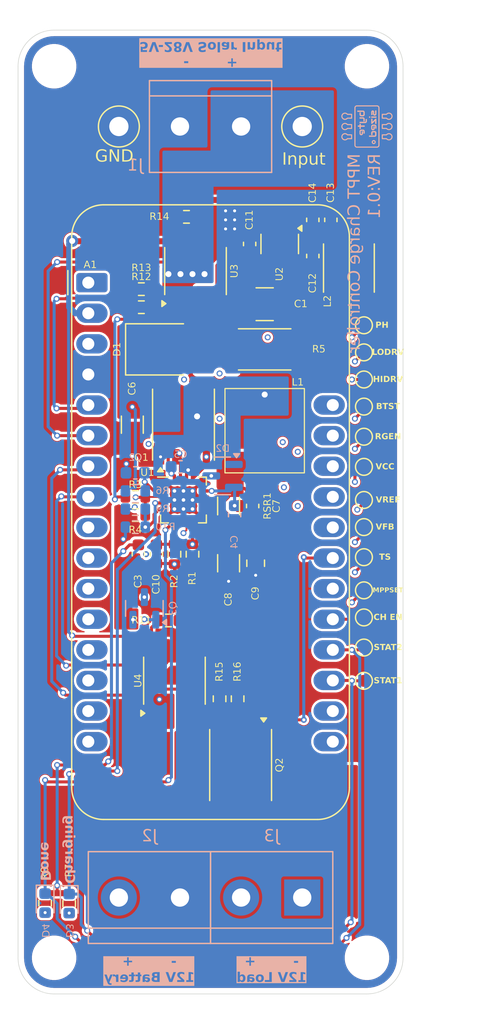
<source format=kicad_pcb>
(kicad_pcb (version 20240108) (generator "pcbnew") (generator_version "8.0")
  (title_block (title "MPPT Charge Controller") (rev "0.1"))
  (layers (0 "F.Cu" signal) (1 "In1.Cu" signal) (2 "In2.Cu" signal) (31 "B.Cu" signal) (34 "B.Paste" user) (35 "F.Paste" user) (36 "B.SilkS" user "B.Silkscreen") (37 "F.SilkS" user "F.Silkscreen") (38 "B.Mask" user) (39 "F.Mask" user) (44 "Edge.Cuts" user))
  (net 0 "")
  (net 3 "/STAT2")
  (net 5 "/Battery Current")
  (net 9 "/Battery Voltage")
  (net 13 "/STAT1")
  (net 15 "/~{Charge EN}")
  (net 17 "+3.3V")
  (net 22 "/SD_CS")
  (net 23 "/Solar Current")
  (net 24 "/Solar Voltage")
  (net 25 "GND")
  (net 28 "Net-(C1-Pad1)")
  (net 29 "/VCC")
  (net 30 "/VREF")
  (net 31 "/RGEN")
  (net 32 "/PH")
  (net 33 "/BTST")
  (net 34 "Net-(D1-K)")
  (net 35 "Net-(U1-SRP)")
  (net 36 "Net-(U1-SRN)")
  (net 37 "/VFB")
  (net 38 "/VIN")
  (net 39 "Net-(U2-BST)")
  (net 40 "Net-(U2-SW)")
  (net 41 "Net-(D3-A)")
  (net 42 "Net-(D4-A)")
  (net 43 "Net-(J2-Pin_2)")
  (net 44 "/LODRV")
  (net 45 "/HIDRV")
  (net 46 "/MPPSET")
  (net 47 "/TS")
  (net 48 "Net-(U4-FILTER)")
  (net 49 "Net-(U3-FILTER)")
  (net 50 "Net-(J3-Pin_1)")
  (net 51 "/Load Enable")
  (net 57 "PWR GND")
  (net 59 "/Input")
  (footprint "Capacitor_SMD:C_0603_1608Metric" (layer "F.Cu") (at 105.5 103.5 -90)
    (property "Reference" "C10")
    (property "Value" "22pF")
  )
  (footprint "Resistor_SMD:R_2512_6332Metric" (layer "F.Cu") (at 114.5 86.5)
    (property "Reference" "R5")
    (property "Value" "2")
  )
  (footprint "Package_SO:SOIC-8_3.9x4.9mm_P1.27mm" (layer "F.Cu") (at 108.75 80 90)
    (property "Reference" "U3")
    (property "Value" "ACS712xLCTR-05B")
  )
  (footprint "MountingHole:MountingHole_3.2mm_M3" (layer "F.Cu") (at 123 63)
    (property "Reference" "REF**" (hide yes))
    (property "Value" "MountingHole_3.2mm_M3")
  )
  (footprint "Resistor_SMD:R_0603_1608Metric" (layer "F.Cu") (at 98.25 132.5 -90)
    (property "Reference" "R7")
    (property "Value" "10k")
  )
  (footprint "Resistor_SMD:R_0603_1608Metric" (layer "F.Cu") (at 96.25 132.4625 -90)
    (property "Reference" "R8")
    (property "Value" "10k")
  )
  (footprint "TestPoint:TestPoint_Pad_D1.0mm" (layer "F.Cu") (at 122.75 93.75 180)
    (property "Reference" "TP8" (hide yes))
    (property "Value" "TestPoint")
  )
  (footprint "" (layer "F.Cu") (at 123 137)
    (property "Reference" "")
    (property "Value" "")
  )
  (footprint "Capacitor_SMD:C_0603_1608Metric" (layer "F.Cu") (at 113.25 77.75 90)
    (property "Reference" "C11")
    (property "Value" "10uF")
  )
  (footprint "Inductor_SMD:L_Vishay_IFSC-1515AH_4x4x1.8mm" (layer "F.Cu") (at 121.5 79.75 90)
    (property "Reference" "L2")
    (property "Value" "4.7uH")
  )
  (footprint "TestPoint:TestPoint_Pad_D1.0mm" (layer "F.Cu") (at 122.75 106.5 180)
    (property "Reference" "TP3" (hide yes))
    (property "Value" "TestPoint")
  )
  (footprint "TestPoint:TestPoint_Pad_D1.0mm" (layer "F.Cu") (at 122.75 103.75 180)
    (property "Reference" "TP4" (hide yes))
    (property "Value" "TestPoint")
  )
  (footprint "Capacitor_SMD:C_1206_3216Metric" (layer "F.Cu") (at 111.5 104.25 90)
    (property "Reference" "C8")
    (property "Value" "10uF")
  )
  (footprint "TestPoint:TestPoint_Pad_D1.0mm" (layer "F.Cu") (at 122.75 91.25 180)
    (property "Reference" "TP9" (hide yes))
    (property "Value" "TestPoint")
  )
  (footprint "Resistor_SMD:R_0603_1608Metric" (layer "F.Cu") (at 103.75 98.75)
    (property "Reference" "R3")
    (property "Value" "499k")
  )
  (footprint "Package_SO:SOIC-8_3.9x4.9mm_P1.27mm" (layer "F.Cu") (at 107 114 90)
    (property "Reference" "U4")
    (property "Value" "ACS712")
  )
  (footprint "Capacitor_SMD:C_0603_1608Metric" (layer "F.Cu") (at 104 103.5 -90)
    (property "Reference" "C3")
    (property "Value" "1uF")
  )
  (footprint "TestPoint:TestPoint_Pad_D1.0mm" (layer "F.Cu") (at 122.75 86.75 180)
    (property "Reference" "TP11" (hide yes))
    (property "Value" "TestPoint")
  )
  (footprint "Resistor_SMD:R_0603_1608Metric" (layer "F.Cu") (at 104.25 83 180)
    (property "Reference" "R12")
    (property "Value" "499k")
  )
  (footprint "TestPoint:TestPoint_Pad_D1.0mm" (layer "F.Cu") (at 122.75 96.25 180)
    (property "Reference" "TP1" (hide yes))
    (property "Value" "TestPoint")
  )
  (footprint "Capacitor_SMD:C_1210_3225Metric" (layer "F.Cu") (at 114.5 82.75 180)
    (property "Reference" "C1")
    (property "Value" "2.2uF")
  )
  (footprint "Package_SO:PowerPAK_SO-8_Dual" (layer "F.Cu") (at 107.75 92.75 90)
    (property "Reference" "Q1")
    (property "Value" "Q_Dual_NMOS_S1G1S2G2D2D2D1D1")
  )
  (footprint "Resistor_SMD:R_0603_1608Metric" (layer "F.Cu") (at 108.5 103.5 -90)
    (property "Reference" "R1")
    (property "Value" "100k")
  )
  (footprint "Resistor_SMD:R_0603_1608Metric" (layer "F.Cu") (at 108 75.5 180)
    (property "Reference" "R14")
    (property "Value" "100k")
  )
  (footprint "Resistor_SMD:R_1206_3216Metric" (layer "F.Cu") (at 111.5 99.5 90)
    (property "Reference" "RSR1")
    (property "Value" "0.02")
  )
  (footprint "Package_TO_SOT_SMD:TSOT-23-6" (layer "F.Cu") (at 115.75 77.75 -90)
    (property "Reference" "U2")
    (property "Value" "AP63203WU")
  )
  (footprint "" (layer "F.Cu") (at 97 137)
    (property "Reference" "")
    (property "Value" "")
  )
  (footprint "TestPoint:TestPoint_Loop_D2.60mm_Drill1.6mm_Beaded" (layer "F.Cu") (at 117.62 68)
    (property "Reference" "TP15" (hide yes))
    (property "Value" "TestPoint")
  )
  (footprint "" (layer "F.Cu") (at 97 63)
    (property "Reference" "")
    (property "Value" "")
  )
  (footprint "Module:Adafruit_Feather" (layer "F.Cu") (at 110 100)
    (property "Reference" "A1")
    (property "Value" "Adafruit_Feather_HUZZAH32_ESP32")
  )
  (footprint "Resistor_SMD:R_0603_1608Metric" (layer "F.Cu") (at 103.75 100.25 180)
    (property "Reference" "R4")
    (property "Value" "36k")
  )
  (footprint "Capacitor_SMD:C_0603_1608Metric" (layer "F.Cu") (at 118.5 75.75 90)
    (property "Reference" "C14")
    (property "Value" "22uF")
  )
  (footprint "TestPoint:TestPoint_Pad_D1.0mm" (layer "F.Cu") (at 122.75 114.01 180)
    (property "Reference" "TP6" (hide yes))
    (property "Value" "TestPoint")
  )
  (footprint "MPPT Charge Controller Footprint Library:L_Vishay_6.9x6.5" (layer "F.Cu") (at 114.5 93.25 -90)
    (property "Reference" "L1")
    (property "Value" "10uH")
  )
  (footprint "Resistor_SMD:R_0603_1608Metric" (layer "F.Cu") (at 107 103.5 90)
    (property "Reference" "R2")
    (property "Value" "499k")
  )
  (footprint "TestPoint:TestPoint_Pad_D1.0mm" (layer "F.Cu") (at 122.75 101.25 180)
    (property "Reference" "TP5" (hide yes))
    (property "Value" "TestPoint")
  )
  (footprint "TestPoint:TestPoint_Pad_D1.0mm" (layer "F.Cu") (at 122.75 111.25 180)
    (property "Reference" "TP7" (hide yes))
    (property "Value" "TestPoint")
  )
  (footprint "Resistor_SMD:R_0603_1608Metric" (layer "F.Cu") (at 104.25 81.5)
    (property "Reference" "R13")
    (property "Value" "68k")
  )
  (footprint "TestPoint:TestPoint_Pad_D1.0mm" (layer "F.Cu") (at 122.75 108.75 180)
    (property "Reference" "TP13" (hide yes))
    (property "Value" "TestPoint")
  )
  (footprint "Capacitor_SMD:C_0603_1608Metric" (layer "F.Cu") (at 118.5 78.75 90)
    (property "Reference" "C12")
    (property "Value" "0.1uF")
  )
  (footprint "Capacitor_SMD:C_0805_2012Metric" (layer "F.Cu") (at 113.75 104.25 90)
    (property "Reference" "C9")
    (property "Value" "4.7uF")
  )
  (footprint "Resistor_SMD:R_0603_1608Metric" (layer "F.Cu") (at 110.75 115.5 90)
    (property "Reference" "R15")
    (property "Value" "499k")
  )
  (footprint "Resistor_SMD:R_0603_1608Metric" (layer "F.Cu") (at 112.25 115.5 -90)
    (property "Reference" "R16")
    (property "Value" "150k")
  )
  (footprint "Package_SO:PowerPAK_SO-8_Dual" (layer "F.Cu") (at 112.5 121 -90)
    (property "Reference" "Q2")
    (property "Value" "Q_Dual_NMOS_S1G1S2G2D2D2D1D1")
  )
  (footprint "Capacitor_SMD:C_0603_1608Metric" (layer "F.Cu") (at 113.5 99.5 -90)
    (property "Reference" "C7")
    (property "Value" "0.1uF")
  )
  (footprint "Capacitor_SMD:C_1206_3216Metric" (layer "F.Cu") (at 103.5 92.75 90)
    (property "Reference" "C6")
    (property "Value" "10uF")
  )
  (footprint "TestPoint:TestPoint_Pad_D1.0mm" (layer "F.Cu") (at 122.75 84.5 180)
    (property "Reference" "TP12" (hide yes))
    (property "Value" "TestPoint")
  )
  (footprint "TestPoint:TestPoint_Pad_D1.0mm" (layer "F.Cu") (at 122.75 99 180)
    (property "Reference" "TP2" (hide yes))
    (property "Value" "TestPoint")
  )
  (footprint "Resistor_SMD:R_0603_1608Metric" (layer "F.Cu") (at 106.5 109 180)
    (property "Reference" "R11")
    (property "Value" "100k")
  )
  (footprint "Capacitor_SMD:C_0603_1608Metric" (layer "F.Cu") (at 120 75.75 90)
    (property "Reference" "C13")
    (property "Value" "22uF")
  )
  (footprint "TestPoint:TestPoint_Loop_D2.60mm_Drill1.6mm_Beaded" (layer "F.Cu") (at 102.38 68)
    (property "Reference" "TP14" (hide yes))
    (property "Value" "TestPoint")
  )
  (footprint "Diode_SMD:D_PowerDI-5" (layer "F.Cu") (at 106.75 86.5)
    (property "Reference" "D1")
    (property "Value" "PDS1040")
  )
  (footprint "MPPT Charge Controller Footprint Library:VQFN-16_EP_3.5x3.5_Pitch0.5mm" (layer "F.Cu") (at 107.75 99)
    (property "Reference" "U1")
    (property "Value" "~")
  )
  (footprint "TestPoint:TestPoint_Pad_D1.0mm" (layer "F.Cu") (at 122.75 89 180)
    (property "Reference" "TP10" (hide yes))
    (property "Value" "TestPoint")
  )
  (footprint "Capacitor_SMD:C_0603_1608Metric" (layer "B.Cu") (at 112 100.25 -90)
    (property "Reference" "C4")
    (property "Value" "1uF")
  )
  (footprint "NetTie:NetTie-2_SMD_Pad0.5mm" (layer "B.Cu") (at 107.75 97.75 90)
    (property "Reference" "NT2" (hide yes))
    (property "Value" "~" (hide yes))
  )
  (footprint "Resistor_SMD:R_0603_1608Metric" (layer "B.Cu") (at 103.75 98.25)
    (property "Reference" "R6")
    (property "Value" "10")
  )
  (footprint "TerminalBlock:TerminalBlock_bornier-2_P5.08mm" (layer "B.Cu") (at 117.62 132 180)
    (property "Reference" "J3")
    (property "Value" "Conn_01x02_Socket")
  )
  (footprint "LED_SMD:LED_0603_1608Metric" (layer "B.Cu") (at 96.25 132.4625 -90)
    (property "Reference" "D4")
    (property "Value" "GREEN")
  )
  (footprint "Resistor_SMD:R_0603_1608Metric" (layer "B.Cu") (at 103.75 99.75)
    (property "Reference" "R9")
    (property "Value" "5.23k")
  )
  (footprint "NetTie:NetTie-2_SMD_Pad0.5mm" (layer "B.Cu") (at 107.75 100.25 -90)
    (property "Reference" "NT4" (hide yes))
    (property "Value" "~" (hide yes))
  )
  (footprint "New Logo:byteSizedEngineeringLogo-5mm" (layer "B.Cu") (at 123 68 -90)
    (property "Reference" "G***" (hide yes))
    (property "Value" "LOGO" (hide yes))
  )
  (footprint "Capacitor_SMD:C_0603_1608Metric" (layer "B.Cu") (at 107.5 96.25 180)
    (property "Reference" "C5")
    (property "Value" "0.1uF")
  )
  (footprint "TerminalBlock:TerminalBlock_bornier-2_P5.08mm" (layer "B.Cu") (at 107.46 132 180)
    (property "Reference" "J2")
    (property "Value" "Conn_01x02_Socket")
  )
  (footprint "LED_SMD:LED_0603_1608Metric" (layer "B.Cu") (at 98.25 132.5 -90)
    (property "Reference" "D3")
    (property "Value" "RED")
  )
  (footprint "Package_TO_SOT_SMD:SOT-23" (layer "B.Cu") (at 104.5 108 90)
    (property "Reference" "Q3")
    (property "Value" "2N7002")
  )
  (footprint "Resistor_SMD:R_0603_1608Metric" (layer "B.Cu") (at 103.75 101.25 180)
    (property "Reference" "R10")
    (property "Value" "30.1k")
  )
  (footprint "TerminalBlock:TerminalBlock_bornier-2_P5.08mm" (layer "B.Cu") (at 107.46 68)
    (property "Reference" "J1")
    (property "Value" "Conn_01x02_Socket")
  )
  (footprint "NetTie:NetTie-2_SMD_Pad0.5mm" (layer "B.Cu") (at 109 99)
    (property "Reference" "NT1" (hide yes))
    (property "Value" "~" (hide yes))
  )
  (footprint "NetTie:NetTie-2_SMD_Pad0.5mm" (layer "B.Cu") (at 106.5 99 180)
    (property "Reference" "NT3" (hide yes))
    (property "Value" "~" (hide yes))
  )
  (footprint "Capacitor_SMD:C_0603_1608Metric" (layer "B.Cu") (at 103.75 96.75 180)
    (property "Reference" "C2")
    (property "Value" "1uF")
  )
  (footprint "Package_TO_SOT_SMD:SOT-23" (layer "B.Cu") (at 111 97 180)
    (property "Reference" "D2")
    (property "Value" "BAT54C")
  )
  (gr_line (start 97 60) (end 123 60) (stroke (width 0.05)) (layer "Edge.Cuts"))
  (gr_arc (start 94 63) (mid 94.87868 60.87868) (end 97 60) (stroke (width 0.05)) (layer "Edge.Cuts"))
  (gr_line (start 123 140) (end 97 140) (stroke (width 0.05)) (layer "Edge.Cuts"))
  (gr_arc (start 97 140) (mid 94.87868 139.12132) (end 94 137) (stroke (width 0.05)) (layer "Edge.Cuts"))
  (gr_arc (start 126 137) (mid 125.12132 139.12132) (end 123 140) (stroke (width 0.05)) (layer "Edge.Cuts"))
  (gr_arc (start 123 60) (mid 125.12132 60.87868) (end 126 63) (stroke (width 0.05)) (layer "Edge.Cuts"))
  (gr_line (start 126 63) (end 126 137) (stroke (width 0.05)) (layer "Edge.Cuts"))
  (gr_line (start 94 137) (end 94 63) (stroke (width 0.05)) (layer "Edge.Cuts"))
  (gr_text "Charging" (at 98.25 128 -90) (layer "B.SilkS") (effects (font (size 0.8 0.8) (thickness 0.15) (bold yes)) (justify mirror)))
  (gr_text "-        +\n12V Battery" (at 104.92 138 0) (layer "B.SilkS" knockout) (effects (font (size 0.8 0.8) (thickness 0.15) (bold yes)) (justify mirror)))
  (gr_text "-        +\n12V Load" (at 115.08 138 0) (layer "B.SilkS" knockout) (effects (font (size 0.8 0.8) (thickness 0.15) (bold yes)) (justify mirror)))
  (gr_text "Done" (at 96.25 129 -90) (layer "B.SilkS") (effects (font (size 0.8 0.8) (thickness 0.15) (bold yes)) (justify mirror)))
  (gr_text "${TITLE}\nREV:${REVISION}" (at 124.250218 70.25 90) (layer "B.SilkS") (effects (font (size 1 1) (thickness 0.1)) (justify left bottom mirror)))
  (gr_text "-        +\n5V-28V Solar Input" (at 110 62 180) (layer "B.SilkS" knockout) (effects (font (size 0.8 0.8) (thickness 0.15) (bold yes)) (justify mirror)))
  (gr_text "MPPSET" (at 124.75 106.5 0) (layer "F.SilkS") (effects (font (size 0.4 0.4) (thickness 0.1) (bold yes))))
  (gr_text "PH" (at 124.25 84.5 0) (layer "F.SilkS") (effects (font (size 0.5 0.5) (thickness 0.1) (bold yes))))
  (gr_text "VREF" (at 124.75 99 0) (layer "F.SilkS") (effects (font (size 0.5 0.5) (thickness 0.1) (bold yes))))
  (gr_text "VCC" (at 124.5 96.25 0) (layer "F.SilkS") (effects (font (size 0.5 0.5) (thickness 0.1) (bold yes))))
  (gr_text "BTST" (at 124.75 91.25 0) (layer "F.SilkS") (effects (font (size 0.5 0.5) (thickness 0.1) (bold yes))))
  (gr_text "CH EN" (at 124.75 108.75 0) (layer "F.SilkS") (effects (font (size 0.5 0.5) (thickness 0.1) (bold yes))))
  (gr_text "LODRV" (at 124.75 86.75 0) (layer "F.SilkS") (effects (font (size 0.5 0.5) (thickness 0.1) (bold yes))))
  (gr_text "VFB" (at 124.5 101.25 0) (layer "F.SilkS") (effects (font (size 0.5 0.5) (thickness 0.1) (bold yes))))
  (gr_text "RGEN" (at 124.75 93.75 0) (layer "F.SilkS") (effects (font (size 0.5 0.5) (thickness 0.1) (bold yes))))
  (gr_text "Input" (at 117.75 70.75 0) (layer "F.SilkS") (effects (font (size 1 1))))
  (gr_text "STAT1" (at 124.75 114.01 0) (layer "F.SilkS") (effects (font (size 0.5 0.5) (thickness 0.1) (bold yes))))
  (gr_text "STAT2" (at 124.75 111.25 0) (layer "F.SilkS") (effects (font (size 0.5 0.5) (thickness 0.1) (bold yes))))
  (gr_text "GND" (at 102 70.5 0) (layer "F.SilkS") (effects (font (size 1 1))))
  (gr_text "HIDRV" (at 124.75 89 0) (layer "F.SilkS") (effects (font (size 0.5 0.5) (thickness 0.1) (bold yes))))
  (gr_text "TS" (at 124.5 103.75 0) (layer "F.SilkS") (effects (font (size 0.5 0.5) (thickness 0.1) (bold yes))))
  (segment (start 121.3 135.35) (end 120.4 136.25) (width 0.25) (layer "F.Cu") (net 3))
  (segment (start 120.4 136.25) (end 99.75 136.25) (width 0.25) (layer "F.Cu") (net 3))
  (segment (start 122.75 111.25) (end 122.56 111.44) (width 0.25) (layer "F.Cu") (net 3))
  (segment (start 107 100.75) (end 106.25 101.5) (width 0.25) (layer "F.Cu") (net 3))
  (segment (start 96.25 122.25) (end 96.4 122.4) (width 0.25) (layer "F.Cu") (net 3))
  (segment (start 122.56 111.44) (end 121.75 111.44) (width 0.25) (layer "F.Cu") (net 3))
  (segment (start 121.75 111.44) (end 120.16 111.44) (width 0.25) (layer "F.Cu") (net 3))
  (segment (start 106.35 122.4) (end 106.5 122.25) (width 0.25) (layer "F.Cu") (net 3))
  (segment (start 99.75 136.25) (end 98.75 135.25) (width 0.25) (layer "F.Cu") (net 3))
  (segment (start 96.4 122.4) (end 106.35 122.4) (width 0.25) (layer "F.Cu") (net 3))
  (via (at 106.5 122.25) (size 0.5) (drill 0.3) (layers "F.Cu" "B.Cu") (net 3))
  (via (at 96.25 122.25) (size 0.5) (drill 0.3) (layers "F.Cu" "B.Cu") (net 3))
  (via (at 121.3 135.35) (size 0.5) (drill 0.3) (layers "F.Cu" "B.Cu") (net 3))
  (via (at 98.75 135.25) (size 0.5) (drill 0.3) (layers "F.Cu" "B.Cu") (net 3))
  (via (at 121.75 111.44) (size 0.5) (drill 0.3) (layers "F.Cu" "B.Cu") (net 3))
  (via (at 106.25 101.5) (size 0.5) (drill 0.3) (layers "F.Cu" "B.Cu") (net 3))
  (segment (start 106.25 101.5) (end 106.25 105.25) (width 0.25) (layer "B.Cu") (net 3))
  (segment (start 121.3 135.35) (end 122.4 134.25) (width 0.25) (layer "B.Cu") (net 3))
  (segment (start 98.75 135.25) (end 97.25 133.75) (width 0.25) (layer "B.Cu") (net 3))
  (segment (start 106.75 122) (end 106.5 122.25) (width 0.25) (layer "B.Cu") (net 3))
  (segment (start 122.4 112.09) (end 121.75 111.44) (width 0.25) (layer "B.Cu") (net 3))
  (segment (start 97.25 132.5) (end 96.425 131.675) (width 0.25) (layer "B.Cu") (net 3))
  (segment (start 97.25 133.75) (end 97.25 132.5) (width 0.25) (layer "B.Cu") (net 3))
  (segment (start 106.75 105.75) (end 106.75 122) (width 0.25) (layer "B.Cu") (net 3))
  (segment (start 106.25 105.25) (end 106.75 105.75) (width 0.25) (layer "B.Cu") (net 3))
  (segment (start 96.425 131.675) (end 96.25 131.675) (width 0.25) (layer "B.Cu") (net 3))
  (segment (start 122.4 134.25) (end 122.4 112.09) (width 0.25) (layer "B.Cu") (net 3))
  (segment (start 96.25 131.675) (end 96.25 122.25) (width 0.25) (layer "B.Cu") (net 3))
  (segment (start 97.64 98.74) (end 99.84 98.74) (width 0.25) (layer "F.Cu") (net 5))
  (segment (start 98.05 112.7) (end 104.619092 112.7) (width 0.25) (layer "F.Cu") (net 5))
  (segment (start 98 112.75) (end 98.05 112.7) (width 0.25) (layer "F.Cu") (net 5))
  (segment (start 106.365 112.499999) (end 106.365 111.525) (width 0.25) (layer "F.Cu") (net 5))
  (segment (start 106.039999 112.825) (end 106.365 112.499999) (width 0.25) (layer "F.Cu") (net 5))
  (segment (start 104.619092 112.7) (end 104.744092 112.825) (width 0.25) (layer "F.Cu") (net 5))
  (segment (start 97.6 98.7) (end 97.64 98.74) (width 0.25) (layer "F.Cu") (net 5))
  (segment (start 104.744092 112.825) (end 106.039999 112.825) (width 0.25) (layer "F.Cu") (net 5))
  (via (at 97.6 98.7) (size 0.5) (drill 0.3) (layers "F.Cu" "B.Cu") (net 5))
  (via (at 98 112.75) (size 0.5) (drill 0.3) (layers "F.Cu" "B.Cu") (net 5))
  (segment (start 97.6 98.7) (end 97.2 99.1) (width 0.25) (layer "B.Cu") (net 5))
  (segment (start 97.2 111.95) (end 98 112.75) (width 0.25) (layer "B.Cu") (net 5))
  (segment (start 97.2 99.1) (end 97.2 111.95) (width 0.25) (layer "B.Cu") (net 5))
  (segment (start 103.5 114.7) (end 103 115.2) (width 0.25) (layer "F.Cu") (net 9))
  (segment (start 97.5 96.5) (end 99.54 96.5) (width 0.25) (layer "F.Cu") (net 9))
  (segment (start 110.725 114.7) (end 103.5 114.7) (width 0.25) (layer "F.Cu") (net 9))
  (segment (start 97.95 115.2) (end 97.75 115) (width 0.25) (layer "F.Cu") (net 9))
  (segment (start 99.54 96.5) (end 99.84 96.2) (width 0.25) (layer "F.Cu") (net 9))
  (segment (start 110.75 114.675) (end 112.25 114.675) (width 0.25) (layer "F.Cu") (net 9))
  (segment (start 103 115.2) (end 97.95 115.2) (width 0.25) (layer "F.Cu") (net 9))
  (segment (start 110.75 114.675) (end 110.725 114.7) (width 0.25) (layer "F.Cu") (net 9))
  (via (at 97.75 115) (size 0.5) (drill 0.3) (layers "F.Cu" "B.Cu") (net 9))
  (via (at 97.5 96.5) (size 0.5) (drill 0.3) (layers "F.Cu" "B.Cu") (net 9))
  (segment (start 97.75 115) (end 96.8 114.05) (width 0.25) (layer "B.Cu") (net 9))
  (segment (start 96.8 114.05) (end 96.8 97.2) (width 0.25) (layer "B.Cu") (net 9))
  (segment (start 96.8 97.2) (end 97.5 96.5) (width 0.25) (layer "B.Cu") (net 9))
  (segment (start 98.25 121.75) (end 98.5 121.5) (width 0.25) (layer "F.Cu") (net 13))
  (segment (start 100.75 135.75) (end 99.75 134.75) (width 0.25) (layer "F.Cu") (net 13))
  (segment (start 121.73 113.98) (end 121.75 114) (width 0.25) (layer "F.Cu") (net 13))
  (segment (start 98.5 121.5) (end 102.25 121.5) (width 0.25) (layer "F.Cu") (net 13))
  (segment (start 120.16 113.98) (end 121.73 113.98) (width 0.25) (layer "F.Cu") (net 13))
  (segment (start 122.75 114.01) (end 121.76 114.01) (width 0.25) (layer "F.Cu") (net 13))
  (segment (start 121.76 114.01) (end 121.75 114) (width 0.25) (layer "F.Cu") (net 13))
  (segment (start 119.95 135.75) (end 100.75 135.75) (width 0.25) (layer "F.Cu") (net 13))
  (segment (start 105.4 99.257149) (end 105.407149 99.25) (width 0.25) (layer "F.Cu") (net 13))
  (segment (start 105.407149 99.25) (end 106 99.25) (width 0.25) (layer "F.Cu") (net 13))
  (segment (start 121.65 134.05) (end 119.95 135.75) (width 0.25) (layer "F.Cu") (net 13))
  (via (at 121.75 114) (size 0.5) (drill 0.3) (layers "F.Cu" "B.Cu") (net 13))
  (via (at 105.4 99.257149) (size 0.5) (drill 0.3) (layers "F.Cu" "B.Cu") (net 13))
  (via (at 99.75 134.75) (size 0.5) (drill 0.3) (layers "F.Cu" "B.Cu") (net 13))
  (via (at 102.25 121.5) (size 0.5) (drill 0.3) (layers "F.Cu" "B.Cu") (net 13))
  (via (at 121.65 134.05) (size 0.5) (drill 0.3) (layers "F.Cu" "B.Cu") (net 13))
  (via (at 98.25 121.75) (size 0.5) (drill 0.3) (layers "F.Cu" "B.Cu") (net 13))
  (segment (start 105.4 101.648004) (end 102.298004 104.75) (width 0.25) (layer "B.Cu") (net 13))
  (segment (start 102.298004 104.75) (end 102.25 104.75) (width 0.25) (layer "B.Cu") (net 13))
  (segment (start 99.75 134.75) (end 99.25 134.25) (width 0.25) (layer "B.Cu") (net 13))
  (segment (start 121.65 134.05) (end 121.75 133.95) (width 0.25) (layer "B.Cu") (net 13))
  (segment (start 98.9625 131.7125) (end 98.25 131.7125) (width 0.25) (layer "B.Cu") (net 13))
  (segment (start 98.25 121.75) (end 98.25 131.7125) (width 0.25) (layer "B.Cu") (net 13))
  (segment (start 99.25 134.25) (end 99.25 132) (width 0.25) (layer "B.Cu") (net 13))
  (segment (start 102.25 104.75) (end 102.25 121.5) (width 0.25) (layer "B.Cu") (net 13))
  (segment (start 105.4 99.257149) (end 105.4 101.648004) (width 0.25) (layer "B.Cu") (net 13))
  (segment (start 121.75 133.95) (end 121.75 114) (width 0.25) (layer "B.Cu") (net 13))
  (segment (start 99.25 132) (end 98.9625 131.7125) (width 0.25) (layer "B.Cu") (net 13))
  (segment (start 122.75 108.75) (end 122.6 108.9) (width 0.25) (layer "F.Cu") (net 15))
  (segment (start 122.6 108.9) (end 120.16 108.9) (width 0.25) (layer "F.Cu") (net 15))
  (via (at 104.5 108.9) (size 0.5) (drill 0.3) (layers "F.Cu" "B.Cu") (net 15))
  (segment (start 104.5 108.9) (end 104.5375 108.9375) (width 0.25) (layer "B.Cu") (net 15))
  (segment (start 104.5375 108.9375) (end 105.45 108.9375) (width 0.25) (layer "B.Cu") (net 15))
  (segment (start 118.5 76.525) (end 120 76.525) (width 0.5) (layer "F.Cu") (net 17))
  (segment (start 106.845 77.525) (end 106.845 75.83) (width 0.5) (layer "F.Cu") (net 17))
  (segment (start 107.175 75.5) (end 107.175 74.825) (width 0.5) (layer "F.Cu") (net 17))
  (segment (start 105.095 111.525) (end 105.095 109.58) (width 0.25) (layer "F.Cu") (net 17))
  (segment (start 98.525 77.525) (end 98.5 77.5) (width 0.5) (layer "F.Cu") (net 17))
  (segment (start 105.095 109.58) (end 105.675 109) (width 0.25) (layer "F.Cu") (net 17))
  (segment (start 116.7 74.7) (end 116.7 76.6125) (width 0.5) (layer "F.Cu") (net 17))
  (segment (start 118.4125 76.6125) (end 118.5 76.525) (width 0.5) (layer "F.Cu") (net 17))
  (segment (start 107.175 74.825) (end 107.9 74.1) (width 0.5) (layer "F.Cu") (net 17))
  (segment (start 121.025 76.525) (end 120 76.525) (width 0.5) (layer "F.Cu") (net 17))
  (segment (start 121.5 78.275) (end 121.5 77) (width 0.5) (layer "F.Cu") (net 17))
  (segment (start 103.885 110.315) (end 105.095 111.525) (width 0.25) (layer "F.Cu") (net 17))
  (segment (start 121.5 77) (end 121.025 76.525) (width 0.5) (layer "F.Cu") (net 17))
  (segment (start 98.685 110.315) (end 103.885 110.315) (width 0.25) (layer "F.Cu") (net 17))
  (segment (start 107.9 74.1) (end 116.1 74.1) (width 0.5) (layer "F.Cu") (net 17))
  (segment (start 98.62 110.25) (end 98.685 110.315) (width 0.25) (layer "F.Cu") (net 17))
  (segment (start 106.845 75.83) (end 107.175 75.5) (width 0.5) (layer "F.Cu") (net 17))
  (segment (start 116.7 76.6125) (end 118.4125 76.6125) (width 0.5) (layer "F.Cu") (net 17))
  (segment (start 98.5 110.25) (end 98.62 110.25) (width 0.25) (layer "F.Cu") (net 17))
  (segment (start 116.1 74.1) (end 116.7 74.7) (width 0.5) (layer "F.Cu") (net 17))
  (segment (start 106.845 77.525) (end 98.525 77.525) (width 0.5) (layer "F.Cu") (net 17))
  (via (at 98.5 110.25) (size 0.5) (drill 0.3) (layers "F.Cu" "B.Cu") (net 17))
  (via (at 98.5 77.5) (size 1) (drill 0.5) (layers "F.Cu" "B.Cu") (net 17))
  (segment (start 98.2 98.4444) (end 98.2 83.05) (width 0.25) (layer "B.Cu") (net 17))
  (segment (start 98.205 98.4494) (end 98.2 98.4444) (width 0.25) (layer "B.Cu") (net 17))
  (segment (start 98.25 77.75) (end 98.25 83) (width 0.5) (layer "B.Cu") (net 17))
  (segment (start 98.5 110.25) (end 98.2 109.95) (width 0.25) (layer "B.Cu") (net 17))
  (segment (start 98.2 98.9556) (end 98.205 98.9506) (width 0.25) (layer "B.Cu") (net 17))
  (segment (start 98.205 98.9506) (end 98.205 98.4494) (width 0.25) (layer "B.Cu") (net 17))
  (segment (start 98.25 83) (end 98.75 83.5) (width 0.5) (layer "B.Cu") (net 17))
  (segment (start 98.2 83.05) (end 98.25 83) (width 0.25) (layer "B.Cu") (net 17))
  (segment (start 98.2 109.95) (end 98.2 98.9556) (width 0.25) (layer "B.Cu") (net 17))
  (segment (start 98.75 83.5) (end 99.84 83.5) (width 0.5) (layer "B.Cu") (net 17))
  (segment (start 98.5 77.5) (end 98.25 77.75) (width 0.5) (layer "B.Cu") (net 17))
  (segment (start 108.115 77.525) (end 108.115 78.499999) (width 0.25) (layer "F.Cu") (net 23))
  (segment (start 108.115 78.499999) (end 107.364999 79.25) (width 0.25) (layer "F.Cu") (net 23))
  (segment (start 97.25 93.66) (end 99.84 93.66) (width 0.25) (layer "F.Cu") (net 23))
  (segment (start 107.364999 79.25) (end 97.25 79.25) (width 0.25) (layer "F.Cu") (net 23))
  (via (at 97.25 93.66) (size 0.5) (drill 0.3) (layers "F.Cu" "B.Cu") (net 23))
  (via (at 97.25 79.25) (size 0.5) (drill 0.3) (layers "F.Cu" "B.Cu") (net 23))
  (segment (start 96.5 80) (end 96.5 92.91) (width 0.25) (layer "B.Cu") (net 23))
  (segment (start 97.25 79.25) (end 96.5 80) (width 0.25) (layer "B.Cu") (net 23))
  (segment (start 96.5 92.91) (end 97.25 93.66) (width 0.25) (layer "B.Cu") (net 23))
  (segment (start 97.95 82.3) (end 98 82.25) (width 0.25) (layer "F.Cu") (net 24))
  (segment (start 99.56 91.4) (end 99.84 91.12) (width 0.25) (layer "F.Cu") (net 24))
  (segment (start 97.2 91.4) (end 99.56 91.4) (width 0.25) (layer "F.Cu") (net 24))
  (segment (start 103.425 83) (end 103.425 81.5) (width 0.5) (layer "F.Cu") (net 24))
  (segment (start 97.2 82.3) (end 97.95 82.3) (width 0.25) (layer "F.Cu") (net 24))
  (segment (start 98 82.25) (end 102.675 82.25) (width 0.25) (layer "F.Cu") (net 24))
  (segment (start 102.675 82.25) (end 103.425 83) (width 0.25) (layer "F.Cu") (net 24))
  (via (at 97.2 82.3) (size 0.5) (drill 0.3) (layers "F.Cu" "B.Cu") (net 24))
  (via (at 97.2 91.4) (size 0.5) (drill 0.3) (layers "F.Cu" "B.Cu") (net 24))
  (segment (start 97 82.5) (end 97.2 82.3) (width 0.25) (layer "B.Cu") (net 24))
  (segment (start 97 91.2) (end 97 82.5) (width 0.25) (layer "B.Cu") (net 24))
  (segment (start 97.2 91.4) (end 97 91.2) (width 0.25) (layer "B.Cu") (net 24))
  (segment (start 108.385 95.42) (end 108.405 95.42) (width 0.25) (layer "F.Cu") (net 25))
  (segment (start 113.75 105.2) (end 113.75 105.25) (width 0.25) (layer "F.Cu") (net 25))
  (segment (start 111.5 105.725) (end 111.5 105.75) (width 0.25) (layer "F.Cu") (net 25))
  (segment (start 108.405 95.42) (end 108.5 95.325) (width 0.25) (layer "F.Cu") (net 25))
  (via (at 112 76.5) (size 0.5) (drill 0.25) (layers "F.Cu" "B.Cu") (net 25))
  (via (at 112 75) (size 0.5) (drill 0.25) (layers "F.Cu" "B.Cu") (net 25))
  (via (at 113.75 105.25) (size 0.5) (drill 0.25) (layers "F.Cu" "B.Cu") (net 25))
  (via (at 111.25 76.5) (size 0.5) (drill 0.25) (layers "F.Cu" "B.Cu") (net 25))
  (via (at 111.25 75.75) (size 0.5) (drill 0.25) (layers "F.Cu" "B.Cu") (net 25))
  (via (at 111.25 75) (size 0.5) (drill 0.25) (layers "F.Cu" "B.Cu") (net 25))
  (via (at 111.5 105.75) (size 0.5) (drill 0.25) (layers "F.Cu" "B.Cu") (net 25))
  (via (at 112 75.75) (size 0.5) (drill 0.25) (layers "F.Cu" "B.Cu") (net 25))
  (segment (start 117.4625 84.2375) (end 115.975 82.75) (width 0.5) (layer "F.Cu") (net 28))
  (segment (start 117.4625 86.5) (end 117.4625 84.2375) (width 0.5) (layer "F.Cu") (net 28))
  (segment (start 104.548004 97.5) (end 104.525 97.5) (width 0.25) (layer "F.Cu") (net 29))
  (segment (start 105.298004 98.25) (end 104.548004 97.5) (width 0.25) (layer "F.Cu") (net 29))
  (segment (start 122 97.5) (end 122 97) (width 0.25) (layer "F.Cu") (net 29))
  (segment (start 106 98.25) (end 105.298004 98.25) (width 0.25) (layer "F.Cu") (net 29))
  (segment (start 122 97) (end 122.75 96.25) (width 0.25) (layer "F.Cu") (net 29))
  (via (at 116 94.2) (size 0.5) (drill 0.3) (layers "F.Cu" "B.Cu") (net 29))
  (via (at 122 97.5) (size 0.5) (drill 0.3) (layers "F.Cu" "B.Cu") (net 29))
  (via (at 104.85 94.35) (size 0.5) (drill 0.3) (layers "F.Cu" "B.Cu") (net 29))
  (via (at 116.1 97.950002) (size 0.5) (drill 0.3) (layers "F.Cu" "B.Cu") (net 29))
  (via (at 104.525 97.5) (size 0.5) (drill 0.3) (layers "F.Cu" "B.Cu") (net 29))
  (segment (start 104.525 97.5) (end 104.525 98.2) (width 0.25) (layer "B.Cu") (net 29))
  (segment (start 104.525 98.2) (end 104.575 98.25) (width 0.25) (layer "B.Cu") (net 29))
  (segment (start 104.525 96.75) (end 104.525 97.5) (width 0.25) (layer "B.Cu") (net 29))
  (segment (start 107.5 100.75) (end 108 100.75) (width 0.25) (layer "F.Cu") (net 30))
  (segment (start 98.2125 131.6375) (end 98.25 131.675) (width 0.5) (layer "F.Cu") (net 30))
  (segment (start 104 102.725) (end 103.275 102.725) (width 0.25) (layer "F.Cu") (net 30))
  (segment (start 97.25 131.6375) (end 98.2125 131.6375) (width 0.5) (layer "F.Cu") (net 30))
  (segment (start 108 101.5) (end 107.75 101.75) (width 0.15) (layer "F.Cu") (net 30))
  (segment (start 97.25 131) (end 97.25 131.6375) (width 0.25) (layer "F.Cu") (net 30))
  (segment (start 122.75 99.25) (end 122.75 99) (width 0.25) (layer "F.Cu") (net 30))
  (segment (start 122.2 99.8) (end 122.75 99.25) (width 0.25) (layer "F.Cu") (net 30))
  (segment (start 101.2 121) (end 101.5 120.7) (width 0.25) (layer "F.Cu") (net 30))
  (segment (start 103.275 102.725) (end 102.75 103.25) (width 0.25) (layer "F.Cu") (net 30))
  (segment (start 108 100.75) (end 108 101.5) (width 0.15) (layer "F.Cu") (net 30))
  (segment (start 96.25 131.6375) (end 97.25 131.6375) (width 0.5) (layer "F.Cu") (net 30))
  (segment (start 97.25 121) (end 101.2 121) (width 0.25) (layer "F.Cu") (net 30))
  (via (at 101.5 120.7) (size 0.5) (drill 0.3) (layers "F.Cu" "B.Cu") (net 30))
  (via (at 107.75 101.75) (size 0.5) (drill 0.3) (layers "F.Cu" "B.Cu") (net 30))
  (via (at 97.25 121) (size 0.5) (drill 0.3) (layers "F.Cu" "B.Cu") (net 30))
  (via (at 102.75 103.25) (size 0.5) (drill 0.3) (layers "F.Cu" "B.Cu") (net 30))
  (via (at 103.7 99.6) (size 0.5) (drill 0.3) (layers "F.Cu" "B.Cu") (net 30))
  (via (at 122.2 99.8) (size 0.5) (drill 0.3) (layers "F.Cu" "B.Cu") (net 30))
  (via (at 97.25 131) (size 0.5) (drill 0.3) (layers "F.Cu" "B.Cu") (net 30))
  (segment (start 103.55 99.75) (end 102.925 99.75) (width 0.15) (layer "B.Cu") (net 30))
  (segment (start 101.765 104.235) (end 102.75 103.25) (width 0.25) (layer "B.Cu") (net 30))
  (segment (start 97.25 121) (end 97.25 131) (width 0.25) (layer "B.Cu") (net 30))
  (segment (start 103.7 99.6) (end 103.55 99.75) (width 0.15) (layer "B.Cu") (net 30))
  (segment (start 101.5 120.7) (end 101.765 120.435) (width 0.25) (layer "B.Cu") (net 30))
  (segment (start 101.765 120.435) (end 101.765 104.235) (width 0.25) (layer "B.Cu") (net 30))
  (segment (start 122.75 94) (end 122 94.75) (width 0.25) (layer "F.Cu") (net 31))
  (segment (start 122.75 93.75) (end 122.75 94) (width 0.25) (layer "F.Cu") (net 31))
  (segment (start 110.094384 98.25) (end 109.5 98.25) (width 0.25) (layer "F.Cu") (net 31))
  (via (at 117.25 95) (size 0.5) (drill 0.3) (layers "F.Cu" "B.Cu") (net 31))
  (via (at 122 94.75) (size 0.5) (drill 0.3) (layers "F.Cu" "B.Cu") (net 31))
  (via (at 110.094384 98.25) (size 0.5) (drill 0.3) (layers "F.Cu" "B.Cu") (net 31))
  (via (at 112 99.475) (size 0.5) (drill 0.3) (layers "F.Cu" "B.Cu") (net 31))
  (via (at 117.25 99.5) (size 0.5) (drill 0.3) (layers "F.Cu" "B.Cu") (net 31))
  (segment (start 112 99.475) (end 112 98.0125) (width 0.25) (layer "B.Cu") (net 31))
  (segment (start 112 98.0125) (end 111.9375 97.95) (width 0.25) (layer "B.Cu") (net 31))
  (segment (start 111.6375 98.25) (end 111.9375 97.95) (width 0.25) (layer "B.Cu") (net 31))
  (segment (start 110.094384 98.25) (end 111.6375 98.25) (width 0.25) (layer "B.Cu") (net 31))
  (segment (start 114.5 90.25) (end 113.955 89.705) (width 0.5) (layer "F.Cu") (net 32))
  (segment (start 122.75 84.5) (end 121.75 85.5) (width 0.25) (layer "F.Cu") (net 32))
  (segment (start 108.88 93.14) (end 108.88 92.06) (width 0.25) (layer "F.Cu") (net 32))
  (segment (start 108.137501 96.517501) (end 108 96.655002) (width 0.25) (layer "F.Cu") (net 32))
  (segment (start 114.205 89.955) (end 114.5 90.25) (width 1) (layer "F.Cu") (net 32))
  (segment (start 108 96.655002) (end 108 97.25) (width 0.25) (layer "F.Cu") (net 32))
  (segment (start 105.845 95.42) (end 105.845 95.09) (width 0.25) (layer "F.Cu") (net 32))
  (via (at 108.88 92.06) (size 1) (drill 0.5) (layers "F.Cu" "B.Cu") (net 32))
  (via (at 114.75 85.5) (size 0.5) (drill 0.3) (layers "F.Cu" "B.Cu") (net 32))
  (via (at 114.5 90.25) (size 1) (drill 0.5) (layers "F.Cu" "B.Cu") (net 32))
  (via (at 108.137501 96.517501) (size 0.5) (drill 0.3) (layers "F.Cu" "B.Cu") (net 32))
  (via (at 105.845 95.42) (size 0.5) (drill 0.25) (layers "F.Cu" "B.Cu") (net 32))
  (via (at 121.75 85.5) (size 0.5) (drill 0.3) (layers "F.Cu" "B.Cu") (net 32))
  (segment (start 108.88 92.06) (end 108.875618 92.06) (width 1) (layer "B.Cu") (net 32))
  (segment (start 122.75 91.25) (end 122.75 91.5) (width 0.25) (layer "F.Cu") (net 33))
  (segment (start 122.75 91.5) (end 122 92.25) (width 0.25) (layer "F.Cu") (net 33))
  (segment (start 107 97.05) (end 106.75 96.8) (width 0.25) (layer "F.Cu") (net 33))
  (segment (start 107 97.25) (end 107 97.05) (width 0.25) (layer "F.Cu") (net 33))
  (via (at 110.75 92.25) (size 0.5) (drill 0.3) (layers "F.Cu" "B.Cu") (net 33))
  (via (at 122 92.25) (size 0.5) (drill 0.3) (layers "F.Cu" "B.Cu") (net 33))
  (via (at 110.0625 97) (size 0.5) (drill 0.3) (layers "F.Cu" "B.Cu") (net 33))
  (via (at 106.75 96.8) (size 0.5) (drill 0.3) (layers "F.Cu" "B.Cu") (net 33))
  (segment (start 106.725 96.775) (end 106.725 96.25) (width 0.25) (layer "B.Cu") (net 33))
  (segment (start 106.75 96.8) (end 106.725 96.775) (width 0.25) (layer "B.Cu") (net 33))
  (via (at 103.5 91.275) (size 0.5) (drill 0.3) (layers "F.Cu" "B.Cu") (net 34))
  (segment (start 102.925 98.075) (end 103 98) (width 0.25) (layer "B.Cu") (net 34))
  (segment (start 103.75 98) (end 103.75 91.525) (width 0.25) (layer "B.Cu") (net 34))
  (segment (start 102.925 98.25) (end 102.925 98.075) (width 0.25) (layer "B.Cu") (net 34))
  (segment (start 103.75 91.525) (end 103.5 91.275) (width 0.25) (layer "B.Cu") (net 34))
  (segment (start 103 98) (end 103.75 98) (width 0.25) (layer "B.Cu") (net 34))
  (segment (start 111 99.25) (end 111.5 98.75) (width 0.25) (layer "F.Cu") (net 35))
  (segment (start 112.8125 98.0375) (end 111.5 98.0375) (width 0.25) (layer "F.Cu") (net 35))
  (segment (start 109.5 99.25) (end 111 99.25) (width 0.25) (layer "F.Cu") (net 35))
  (segment (start 111.5 98.75) (end 111.5 98.0375) (width 0.25) (layer "F.Cu") (net 35))
  (segment (start 113.5 98.725) (end 112.8125 98.0375) (width 0.25) (layer "F.Cu") (net 35))
  (segment (start 111.5 100.25) (end 111.5 100.9625) (width 0.25) (layer "F.Cu") (net 36))
  (segment (start 109.5 105.5) (end 107.75 105.5) (width 0.25) (layer "F.Cu") (net 36))
  (segment (start 106.95 104.275) (end 107 104.325) (width 0.25) (layer "F.Cu") (net 36))
  (segment (start 113.5 100.75) (end 113.2875 100.9625) (width 0.25) (layer "F.Cu") (net 36))
  (segment (start 109.5 99.75) (end 111 99.75) (width 0.25) (layer "F.Cu") (net 36))
  (segment (start 113.8 103.25) (end 113.75 103.3) (width 1) (layer "F.Cu") (net 36))
  (segment (start 111 99.75) (end 111.5 100.25) (width 0.25) (layer "F.Cu") (net 36))
  (segment (start 109.75 105.25) (end 109.5 105.5) (width 0.25) (layer "F.Cu") (net 36))
  (segment (start 105.5 104.275) (end 106.95 104.275) (width 0.25) (layer "F.Cu") (net 36))
  (segment (start 105.75 115.555) (end 106.365 116.17) (width 0.25) (layer "F.Cu") (net 36))
  (segment (start 113.2875 100.9625) (end 111.5 100.9625) (width 0.25) (layer "F.Cu") (net 36))
  (segment (start 111.5 102.775) (end 109.75 104.525) (width 0.25) (layer "F.Cu") (net 36))
  (segment (start 107.75 105.5) (end 107 104.75) (width 0.25) (layer "F.Cu") (net 36))
  (segment (start 106.365 116.17) (end 106.365 116.475) (width 0.25) (layer "F.Cu") (net 36))
  (segment (start 107 104.75) (end 107 104.325) (width 0.25) (layer "F.Cu") (net 36))
  (segment (start 113.5 100.275) (end 113.5 100.75) (width 0.25) (layer "F.Cu") (net 36))
  (segment (start 109.75 104.525) (end 109.75 105.25) (width 0.25) (layer "F.Cu") (net 36))
  (via (at 105.75 115.555) (size 0.5) (drill 0.3) (layers "F.Cu" "B.Cu") (net 36))
  (via (at 107 104.325) (size 0.5) (drill 0.3) (layers "F.Cu" "B.Cu") (net 36))
  (segment (start 108.5 102.675) (end 107 102.675) (width 0.25) (layer "F.Cu") (net 37))
  (segment (start 107 102.675) (end 105.55 102.675) (width 0.25) (layer "F.Cu") (net 37))
  (segment (start 122.75 101.75) (end 122 102.5) (width 0.25) (layer "F.Cu") (net 37))
  (segment (start 105.55 102.675) (end 105.5 102.725) (width 0.25) (layer "F.Cu") (net 37))
  (segment (start 108.5 100.75) (end 108.5 102.675) (width 0.25) (layer "F.Cu") (net 37))
  (segment (start 122.75 101.25) (end 122.75 101.75) (width 0.25) (layer "F.Cu") (net 37))
  (via (at 108.5 102.675) (size 0.5) (drill 0.3) (layers "F.Cu" "B.Cu") (net 37))
  (via (at 122 102.5) (size 0.5) (drill 0.3) (layers "F.Cu" "B.Cu") (net 37))
  (segment (start 102.25 84) (end 109.25 84) (width 0.25) (layer "F.Cu") (net 38))
  (segment (start 113.6125 76.6125) (end 113.25 76.975) (width 0.5) (layer "F.Cu") (net 38))
  (segment (start 102.25 98.75) (end 102.925 98.75) (width 0.25) (layer "F.Cu") (net 38))
  (segment (start 114.8 76.6125) (end 113.6125 76.6125) (width 0.5) (layer "F.Cu") (net 38))
  (segment (start 109.612 84.362) (end 109.612 85.58) (width 0.25) (layer "F.Cu") (net 38))
  (segment (start 113.25 76.975) (end 110.655 79.57) (width 0.5) (layer "F.Cu") (net 38))
  (segment (start 115.75 76.6125) (end 114.8 76.6125) (width 0.5) (layer "F.Cu") (net 38))
  (segment (start 110.655 79.57) (end 110.655 82.475) (width 0.5) (layer "F.Cu") (net 38))
  (segment (start 109.25 84) (end 109.612 84.362) (width 0.25) (layer "F.Cu") (net 38))
  (segment (start 102.05 98.95) (end 102.25 98.75) (width 0.25) (layer "F.Cu") (net 38))
  (segment (start 109.385 85.353) (end 109.612 85.58) (width 1) (layer "F.Cu") (net 38))
  (via (at 102.05 98.95) (size 0.5) (drill 0.3) (layers "F.Cu" "B.Cu") (net 38))
  (via (at 102.25 84) (size 0.5) (drill 0.3) (layers "F.Cu" "B.Cu") (net 38))
  (segment (start 102.05 84.2) (end 102.25 84) (width 0.25) (layer "B.Cu") (net 38))
  (segment (start 102.05 98.95) (end 102.05 84.2) (width 0.25) (layer "B.Cu") (net 38))
  (segment (start 117.6125 77.975) (end 118.5 77.975) (width 0.5) (layer "F.Cu") (net 39))
  (segment (start 116.7 78.8875) (end 117.6125 77.975) (width 0.5) (layer "F.Cu") (net 39))
  (segment (start 115.75 79.549999) (end 116.200001 80) (width 0.5) (layer "F.Cu") (net 40))
  (segment (start 118.5 79.525) (end 118.5 80.75) (width 0.5) (layer "F.Cu") (net 40))
  (segment (start 116.200001 80) (end 118.025 80) (width 0.5) (layer "F.Cu") (net 40))
  (segment (start 118.025 80) (end 118.5 79.525) (width 0.5) (layer "F.Cu") (net 40))
  (segment (start 119.025 81.225) (end 121.5 81.225) (width 0.5) (layer "F.Cu") (net 40))
  (segment (start 119 81.25) (end 119.025 81.225) (width 0.5) (layer "F.Cu") (net 40))
  (segment (start 115.75 78.8875) (end 115.75 79.549999) (width 0.5) (layer "F.Cu") (net 40))
  (segment (start 118.5 80.75) (end 119 81.25) (width 0.5) (layer "F.Cu") (net 40))
  (segment (start 98.25 133.325) (end 98.25 133.2875) (width 0.25) (layer "F.Cu") (net 41))
  (via (at 98.25 133.2875) (size 0.5) (drill 0.25) (layers "F.Cu" "B.Cu") (net 41))
  (segment (start 96.25 133.2875) (end 96.25 133.25) (width 0.25) (layer "F.Cu") (net 42))
  (via (at 96.25 133.25) (size 0.5) (drill 0.25) (layers "F.Cu" "B.Cu") (net 42))
  (segment (start 108.905 116.475) (end 110.6 116.475) (width 0.25) (layer "F.Cu") (net 43))
  (segment (start 110.6 116.475) (end 110.75 116.325) (width 0.25) (layer "F.Cu") (net 43))
  (segment (start 108.5 97.25) (end 109.655 96.095) (width 0.25) (layer "F.Cu") (net 44))
  (segment (start 122.75 86.75) (end 122 87.5) (width 0.25) (layer "F.Cu") (net 44))
  (segment (start 109.655 96.095) (end 109.655 95.42) (width 0.25) (layer "F.Cu") (net 44))
  (via (at 122 87.5) (size 0.5) (drill 0.3) (layers "F.Cu" "B.Cu") (net 44))
  (via (at 109.655 95.42) (size 0.5) (drill 0.3) (layers "F.Cu" "B.Cu") (net 44))
  (via (at 110.75 88.5) (size 0.5) (drill 0.3) (layers "F.Cu" "B.Cu") (net 44))
  (segment (start 107.410464 95.124536) (end 107.5 95.214072) (width 0.25) (layer "F.Cu") (net 45))
  (segment (start 107.5 95.214072) (end 107.5 97.25) (width 0.25) (layer "F.Cu") (net 45))
  (segment (start 122.75 89) (end 121.75 89) (width 0.25) (layer "F.Cu") (net 45))
  (via (at 107.410464 95.124536) (size 0.5) (drill 0.3) (layers "F.Cu" "B.Cu") (net 45))
  (via (at 107.8 89) (size 0.5) (drill 0.3) (layers "F.Cu" "B.Cu") (net 45))
  (via (at 121.75 89) (size 0.5) (drill 0.3) (layers "F.Cu" "B.Cu") (net 45))
  (segment (start 104.575 98.75) (end 106 98.75) (width 0.15) (layer "F.Cu") (net 46))
  (segment (start 104.542365 98.782635) (end 104.575 98.75) (width 0.25) (layer "F.Cu") (net 46))
  (segment (start 104.575 98.75) (end 104.575 100.25) (width 0.25) (layer "F.Cu") (net 46))
  (segment (start 122.75 106.5) (end 121.75 107.5) (width 0.25) (layer "F.Cu") (net 46))
  (segment (start 103.775 98.782635) (end 104.542365 98.782635) (width 0.25) (layer "F.Cu") (net 46))
  (via (at 103.775 98.782635) (size 0.5) (drill 0.3) (layers "F.Cu" "B.Cu") (net 46))
  (via (at 121.75 107.5) (size 0.5) (drill 0.3) (layers "F.Cu" "B.Cu") (net 46))
  (via (at 104.5 107.0625) (size 0.5) (drill 0.3) (layers "F.Cu" "B.Cu") (net 46))
  (segment (start 122.75 104.25) (end 122 105) (width 0.25) (layer "F.Cu") (net 47))
  (segment (start 105.3 100.2) (end 105.3 100.748004) (width 0.25) (layer "F.Cu") (net 47))
  (segment (start 122.75 103.75) (end 122.75 104.25) (width 0.25) (layer "F.Cu") (net 47))
  (segment (start 106 99.75) (end 105.75 99.75) (width 0.25) (layer "F.Cu") (net 47))
  (segment (start 104.798004 101.25) (end 104.575 101.25) (width 0.25) (layer "F.Cu") (net 47))
  (segment (start 105.3 100.748004) (end 104.798004 101.25) (width 0.25) (layer "F.Cu") (net 47))
  (segment (start 105.75 99.75) (end 105.3 100.2) (width 0.25) (layer "F.Cu") (net 47))
  (via (at 104.64132 103.499654) (size 0.5) (drill 0.25) (layers "F.Cu" "B.Cu") (net 47))
  (via (at 104.575 101.25) (size 0.5) (drill 0.3) (layers "F.Cu" "B.Cu") (net 47))
  (via (at 122 105) (size 0.5) (drill 0.3) (layers "F.Cu" "B.Cu") (net 47))
  (segment (start 104.575 99.75) (end 104.575 101.25) (width 0.25) (layer "B.Cu") (net 47))
  (segment (start 107.635 111.525) (end 107.635 109.31) (width 0.25) (layer "F.Cu") (net 48))
  (segment (start 107.635 109.31) (end 107.325 109) (width 0.25) (layer "F.Cu") (net 48))
  (segment (start 109.385 76.06) (end 109.385 77.525) (width 0.5) (layer "F.Cu") (net 49))
  (segment (start 108.825 75.5) (end 109.385 76.06) (width 0.5) (layer "F.Cu") (net 49))
  (segment (start 117.75 117.25) (end 113.25 117.25) (width 0.25) (layer "F.Cu") (net 51))
  (segment (start 120.16 103.82) (end 117.82 103.82) (width 0.25) (layer "F.Cu") (net 51))
  (segment (start 117.82 103.82) (end 117.75 103.75) (width 0.25) (layer "F.Cu") (net 51))
  (segment (start 113.25 117.25) (end 113.135 117.365) (width 0.25) (layer "F.Cu") (net 51))
  (segment (start 113.135 117.365) (end 113.135 118.33) (width 0.25) (layer "F.Cu") (net 51))
  (via (at 117.75 103.75) (size 0.5) (drill 0.25) (layers "F.Cu" "B.Cu") (net 51))
  (via (at 117.75 117.25) (size 0.5) (drill 0.25) (layers "F.Cu" "B.Cu") (net 51))
  (segment (start 117.75 103.75) (end 117.75 117.25) (width 0.25) (layer "B.Cu") (net 51))
  (segment (start 109.5 98.75) (end 108.75 98.75) (width 0.25) (layer "F.Cu") (net 57))
  (segment (start 108.75 98.75) (end 108.5 99) (width 0.25) (layer "F.Cu") (net 57))
  (via (at 107.75 99.75) (size 0.5) (drill 0.3) (layers "F.Cu" "B.Cu") (net 57))
  (via (at 102.75 102.25) (size 0.5) (drill 0.3) (layers "F.Cu" "B.Cu") (net 57))
  (via (at 103 96) (size 0.5) (drill 0.3) (layers "F.Cu" "B.Cu") (net 57))
  (via (at 107 98.25) (size 0.5) (drill 0.3) (layers "F.Cu" "B.Cu") (net 57))
  (via (at 107.75 98.25) (size 0.5) (drill 0.3) (layers "F.Cu" "B.Cu") (net 57))
  (via (at 107 99.75) (size 0.5) (drill 0.3) (layers "F.Cu" "B.Cu") (net 57))
  (via (at 108.5 99) (size 0.5) (drill 0.3) (layers "F.Cu" "B.Cu") (net 57))
  (via (at 103.55 108.9375) (size 0.5) (drill 0.3) (layers "F.Cu" "B.Cu") (net 57))
  (via (at 108.5 98.25) (size 0.5) (drill 0.3) (layers "F.Cu" "B.Cu") (net 57))
  (via (at 107.75 99) (size 0.5) (drill 0.3) (layers "F.Cu" "B.Cu") (net 57))
  (via (at 108.5 99.75) (size 0.5) (drill 0.3) (layers "F.Cu" "B.Cu") (net 57))
  (via (at 107 99) (size 0.5) (drill 0.3) (layers "F.Cu" "B.Cu") (net 57))
  (segment (start 103 96.725) (end 102.975 96.75) (width 0.25) (layer "B.Cu") (net 57))
  (segment (start 102.925 102.075) (end 102.75 102.25) (width 0.25) (layer "B.Cu") (net 57))
  (segment (start 103 96) (end 103 96.725) (width 0.25) (layer "B.Cu") (net 57))
  (segment (start 102.925 101.25) (end 102.925 102.075) (width 0.25) (layer "B.Cu") (net 57))
  (segment (start 105.075 83) (end 106.32 83) (width 0.5) (layer "F.Cu") (net 59))
  (segment (start 106.32 83) (end 106.845 82.475) (width 0.5) (layer "F.Cu") (net 59))
  (via (at 106.5 80.25) (size 1) (drill 0.5) (layers "F.Cu" "B.Cu") (net 59))
  (via (at 107.5 80.25) (size 1) (drill 0.5) (layers "F.Cu" "B.Cu") (net 59))
  (via (at 108.5 80.25) (size 1) (drill 0.5) (layers "F.Cu" "B.Cu") (net 59))
  (via (at 109.5 80.25) (size 1) (drill 0.5) (layers "F.Cu" "B.Cu") (net 59))
  (zone (net 59) (net_name "/Input") (layer "F.Cu") (priority 1) (connect_pads yes (clearance 0.25)) (min_thickness 0.25) (fill yes (thermal_gap 0.25) (thermal_bridge_width 0.25))
    (polygon (pts (xy 106 79.5) (xy 110.25 79.5) (xy 110.25 83.75) (xy 106 83.75)))
  )
  (zone (net 57) (net_name "PWR GND") (layer "F.Cu") (priority 3) (connect_pads yes (clearance 0.25)) (min_thickness 0.25) (fill yes (thermal_gap 0.25) (thermal_bridge_width 0.25))
    (polygon (pts (xy 102 95.5) (xy 103.75 95.5) (xy 103.75 96.5) (xy 110 96.5) (xy 110 105) (xy 103.5 105) (xy 103.5 108) (xy 104 108) (xy 104 109.75) (xy 102 109.75)))
  )
  (zone (net 35) (net_name "Net-(U1-SRP)") (layer "F.Cu") (priority 1) (connect_pads yes (clearance 0.25)) (min_thickness 0.25) (fill yes (thermal_gap 0.25) (thermal_bridge_width 0.25))
    (polygon (pts (xy 112.75 97.5) (xy 116.25 97.5) (xy 116.25 95) (xy 110.5 95) (xy 110.5 98.75) (xy 112.75 98.75)))
  )
  (zone (net 50) (net_name "Net-(J3-Pin_1)") (layer "F.Cu") (priority 1) (connect_pads yes (clearance 0.25)) (min_thickness 0.25) (fill yes (thermal_gap 0.25) (thermal_bridge_width 0.25))
    (polygon (pts (xy 117.75 119.75) (xy 117.75 121) (xy 122.25 121) (xy 122.25 134.25) (xy 115.5 134.25) (xy 115.5 125) (xy 112.5 125) (xy 112.5 119.75)))
  )
  (zone (net 34) (net_name "Net-(D1-K)") (layer "F.Cu") (priority 1) (connect_pads yes (clearance 0.25)) (min_thickness 0.25) (fill yes (thermal_gap 0) (thermal_bridge_width 1))
    (polygon (pts (xy 102.25 92.25) (xy 102.25 84.5) (xy 108 84.5) (xy 108 94) (xy 105.25 94) (xy 105.25 92.25)))
  )
  (zone (net 43) (net_name "Net-(J2-Pin_2)") (layer "F.Cu") (priority 1) (connect_pads yes (clearance 0.25)) (min_thickness 0.25) (fill yes (thermal_gap 0) (thermal_bridge_width 1))
    (polygon (pts (xy 107 115) (xy 109.5 115) (xy 109.5 125.25) (xy 115 125.25) (xy 115 134.25) (xy 99.75 134.25) (xy 99.75 125.25) (xy 107 125.25)))
  )
  (zone (net 36) (net_name "Net-(U1-SRN)") (layer "F.Cu") (priority 1) (connect_pads yes (clearance 0.25)) (min_thickness 0.25) (fill yes (thermal_gap 0) (thermal_bridge_width 1))
    (polygon (pts (xy 110.25 100.25) (xy 112.75 100.25) (xy 112.75 102) (xy 116.75 102) (xy 116.75 114.5) (xy 107 114.5) (xy 107 118) (xy 104.25 118) (xy 104.25 112.75) (xy 110.25 112.75)))
  )
  (zone (net 25) (net_name "GND") (layer "F.Cu") (connect_pads yes (clearance 0.1)) (min_thickness 0.1) (fill yes (thermal_gap 0.25) (thermal_bridge_width 0.25))
    (polygon (pts (xy 93 58) (xy 127 58) (xy 127 142) (xy 93 142)))
  )
  (zone (net 38) (net_name "/VIN") (layer "F.Cu") (priority 3) (connect_pads yes (clearance 0.25)) (min_thickness 0.25) (fill yes (thermal_gap 0.25) (thermal_bridge_width 0.25))
    (polygon (pts (xy 108.75 81.25) (xy 112.25 81.25) (xy 112.25 88.5) (xy 108.75 88.5)))
  )
  (zone (net 25) (net_name "GND") (layer "B.Cu") (connect_pads yes (clearance 0.25)) (min_thickness 0.25) (fill yes (thermal_gap 0.25) (thermal_bridge_width 0.25))
    (polygon (pts (xy 92.5 57.5) (xy 127.5 57.5) (xy 127.5 142.5) (xy 92.5 142.5)))
  )
  (zone (net 57) (net_name "PWR GND") (layer "B.Cu") (name "PWR GND") (priority 2) (connect_pads yes (clearance 0.25)) (min_thickness 0.25) (fill yes (thermal_gap 0) (thermal_bridge_width 1))
    (polygon (pts (xy 106.75 98) (xy 108.75 98) (xy 108.75 100) (xy 106.75 100)))
  )
  (zone (net 32) (net_name "/PH") (layer "B.Cu") (priority 1) (connect_pads yes (clearance 0.25)) (min_thickness 0.25) (fill yes (thermal_gap 0.25) (thermal_bridge_width 0.25))
    (polygon (pts (xy 105.25 93.6) (xy 107.75 93.6) (xy 107.75 88.75) (xy 116.5 88.75) (xy 116.5 92) (xy 112.5 92) (xy 112.5 97) (xy 105.25 97)))
  )
  (zone (net 59) (net_name "/Input") (layer "B.Cu") (priority 1) (connect_pads yes (clearance 0.25)) (min_thickness 0.25) (fill yes (thermal_gap 0.25) (thermal_bridge_width 0.25))
    (polygon (pts (xy 110 65) (xy 120.25 65) (xy 120.25 73) (xy 110.25 73) (xy 110.25 81) (xy 106 81) (xy 106 70) (xy 110 70)))
  )
)
</source>
